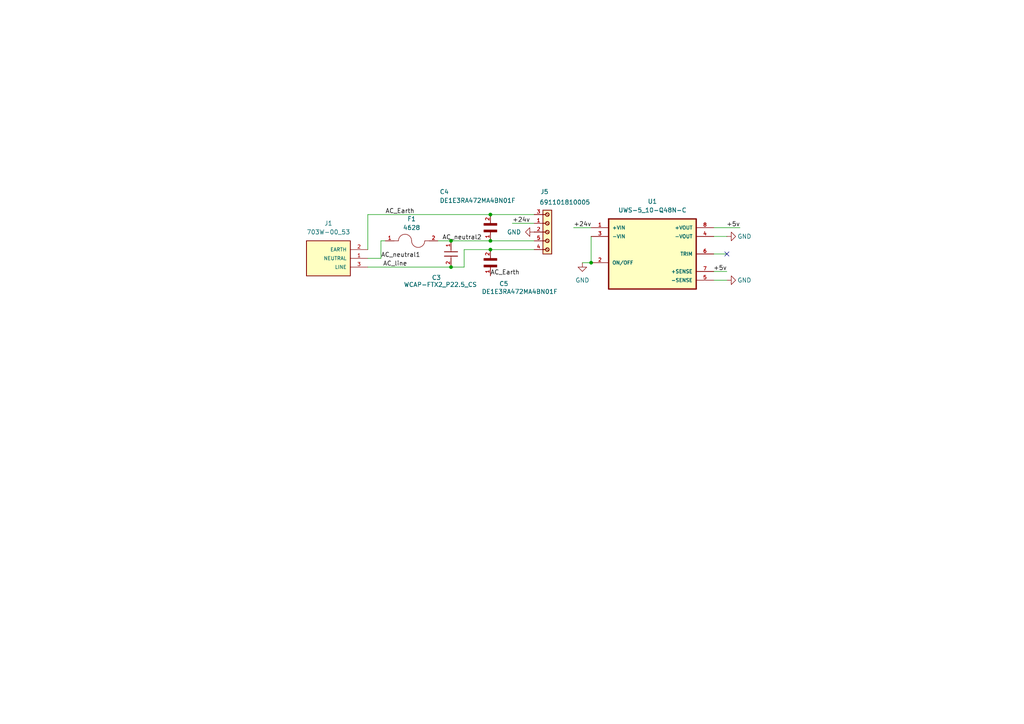
<source format=kicad_sch>
(kicad_sch (version 20250114) (generator "eeschema") (generator_version "9.0")
  (paper "A4")
  (lib_symbols
    (symbol "4628:4628" (pin_names (offset 1.016))
      (property "Reference" "F" (at -2.54 5.08 0))
      (property "Value" "4628" (at -2.54 -5.08 0))
      (symbol "4628_0_0"
        (polyline (pts (xy -5.08 0) (xy -3.81 0)) (stroke (width 0.1524)))
        (arc (start -3.81 0) (mid -1.905 1.8967) (end 0 0) (stroke (width 0.1524)))
        (arc (start 3.81 0) (mid 1.905 -1.8967) (end 0 0) (stroke (width 0.1524)))
        (polyline (pts (xy 5.08 0) (xy 3.81 0)) (stroke (width 0.1524)))
        (pin passive line (at -7.62 0 0) (length 2.54) (name "~") (number "1"))
        (pin passive line (at 7.62 0 180) (length 2.54) (name "~") (number "2"))
      )
    )
    (symbol "691101810005:691101810005" (pin_names (offset 1.016))
      (property "Reference" "J19" (at -11.684 -3.302 90))
      (property "Value" "691101810005" (at -8.636 -3.556 90))
      (symbol "691101810005_0_0"
        (rectangle (start -6.35 0) (end 6.35 -2.54) (stroke (width 0.254)) (fill (type background)))
        (circle (center -5.08 -1.27) (radius 0.508) (stroke (width 0.254)))
        (polyline (pts (xy -5.08 -1.778) (xy -5.08 -2.54)) (stroke (width 0.254)))
        (polyline (pts (xy -4.826 -1.016) (xy -5.334 -1.524)) (stroke (width 0.1524)))
        (circle (center -2.54 -1.27) (radius 0.508) (stroke (width 0.254)))
        (polyline (pts (xy -2.54 -1.778) (xy -2.54 -2.54)) (stroke (width 0.254)))
        (polyline (pts (xy -2.286 -1.016) (xy -2.794 -1.524)) (stroke (width 0.1524)))
        (circle (center 0 -1.27) (radius 0.508) (stroke (width 0.254)))
        (polyline (pts (xy 0 -1.778) (xy 0 -2.54)) (stroke (width 0.254)))
        (polyline (pts (xy 0.254 -1.016) (xy -0.254 -1.524)) (stroke (width 0.1524)))
        (circle (center 2.54 -1.27) (radius 0.508) (stroke (width 0.254)))
        (polyline (pts (xy 2.54 -1.778) (xy 2.54 -2.54)) (stroke (width 0.254)))
        (polyline (pts (xy 2.794 -1.016) (xy 2.286 -1.524)) (stroke (width 0.1524)))
        (circle (center 5.08 -1.27) (radius 0.508) (stroke (width 0.254)))
        (polyline (pts (xy 5.08 -1.778) (xy 5.08 -2.54)) (stroke (width 0.254)))
        (polyline (pts (xy 5.334 -1.016) (xy 4.826 -1.524)) (stroke (width 0.1524)))
        (pin passive line (at -5.08 -5.08 90) (length 2.54) (name "~") (number "3"))
        (pin passive line (at -2.54 -5.08 90) (length 2.54) (name "~") (number "1"))
        (pin passive line (at 0 -5.08 90) (length 2.54) (name "~") (number "2"))
        (pin passive line (at 2.54 -5.08 90) (length 2.54) (name "~") (number "5"))
        (pin passive line (at 5.08 -5.08 90) (length 2.54) (name "~") (number "4"))
      )
    )
    (symbol "703W-00_53:703W-00_53" (pin_names (offset 1.016))
      (property "Reference" "J16" (at 1.27 -10.16 0))
      (property "Value" "703W-00_53" (at 1.27 -7.62 0))
      (symbol "703W-00_53_0_0"
        (rectangle (start -5.08 -5.08) (end 7.62 5.08) (stroke (width 0.254)) (fill (type background)))
        (pin power_out line (at -10.16 2.54 0) (length 5.08) (name "LINE") (number "3"))
        (pin power_out line (at -10.16 0 0) (length 5.08) (name "NEUTRAL") (number "1"))
        (pin power_out line (at -10.16 -2.54 0) (length 5.08) (name "EARTH") (number "2"))
      )
    )
    (symbol "DE1E3RA472MA4BN01F:DE1E3RA472MA4BN01F" (pin_names (offset 1.016))
      (property "Reference" "C" (at 0 3.8109 0))
      (property "Value" "DE1E3RA472MA4BN01F" (at 0 -5.0885 0))
      (symbol "DE1E3RA472MA4BN01F_0_0"
        (rectangle (start 0 -1.9069) (end 0.635 1.905) (stroke (width 0.1)) (fill (type outline)))
        (rectangle (start 1.9069 -1.9069) (end 2.54 1.905) (stroke (width 0.1)) (fill (type outline)))
        (pin passive line (at -2.54 0 0) (length 2.54) (name "~") (number "1"))
        (pin passive line (at 5.08 0 180) (length 2.54) (name "~") (number "2"))
      )
    )
    (symbol "UWS-5_10-Q48N-C:UWS-5_10-Q48N-C" (pin_names (offset 1.016))
      (property "Reference" "U1" (at 0 15.24 0))
      (property "Value" "UWS-5_10-Q48N-C" (at 0 12.7 0))
      (symbol "UWS-5_10-Q48N-C_0_0"
        (rectangle (start -12.7 -10.16) (end 12.7 10.16) (stroke (width 0.4064)) (fill (type background)))
        (pin input line (at -17.78 7.62 0) (length 5.08) (name "+VIN") (number "1"))
        (pin input line (at -17.78 5.08 0) (length 5.08) (name "-VIN") (number "3"))
        (pin input line (at -17.78 -2.54 0) (length 5.08) (name "ON/OFF") (number "2"))
        (pin power_out line (at 17.78 7.62 180) (length 5.08) (name "+VOUT") (number "8"))
        (pin passive line (at 17.78 5.08 180) (length 5.08) (name "-VOUT") (number "4"))
        (pin passive line (at 17.78 0 180) (length 5.08) (name "TRIM") (number "6"))
        (pin input line (at 17.78 -5.08 180) (length 5.08) (name "+SENSE") (number "7"))
        (pin input line (at 17.78 -7.62 180) (length 5.08) (name "-SENSE") (number "5"))
      )
    )
    (symbol "WCAP-FTX2_P22.5_CS:WCAP-FTX2_P22.5_CS" (pin_names (offset 1.016))
      (property "Reference" "C" (at 1.27 3.302 0))
      (property "Value" "WCAP-FTX2_P22.5_CS" (at 1.27 -5.08 0))
      (symbol "WCAP-FTX2_P22.5_CS_0_0"
        (polyline (pts (xy 0 0) (xy 0.6426 0)) (stroke (width 0.1524)))
        (polyline (pts (xy 0.635 -1.905) (xy 0.635 1.905)) (stroke (width 0.254)))
        (polyline (pts (xy 1.905 1.905) (xy 1.905 -1.905)) (stroke (width 0.254)))
        (polyline (pts (xy 1.9279 0) (xy 2.5705 0)) (stroke (width 0.1524)))
        (pin passive line (at -2.54 0 0) (length 2.54) (name "~") (number "1"))
        (pin passive line (at 5.08 0 180) (length 2.54) (name "~") (number "2"))
      )
    )
    (symbol "power:GND" (power) (pin_numbers (hide yes)) (pin_names (offset 0) (hide yes))
      (property "Value" "GND" (at 0 -3.81 0))
      (symbol "GND_0_1"
        (polyline (pts (xy 0 0) (xy 0 -1.27) (xy 1.27 -1.27) (xy 0 -2.54) (xy -1.27 -1.27) (xy 0 -1.27)))
      )
      (symbol "GND_1_1"
        (pin power_in line (at 0 0 270) (length 0) (name "~") (number "1"))
      )
    )
  )
  (junction (at 142.24 72.39))
  (junction (at 130.81 77.47))
  (junction (at 171.45 76.2))
  (junction (at 130.81 69.85))
  (junction (at 142.24 69.85))
  (junction (at 142.24 62.23))
  (no_connect (at 210.82 73.66))
  (wire (pts (xy 168.91 76.2) (xy 171.45 76.2)))
  (wire (pts (xy 148.59 64.77) (xy 154.94 64.77)))
  (wire (pts (xy 142.24 72.39) (xy 154.94 72.39)))
  (wire (pts (xy 142.24 62.23) (xy 154.94 62.23)))
  (wire (pts (xy 127 69.85) (xy 130.81 69.85)))
  (wire (pts (xy 166.37 66.04) (xy 171.45 66.04)))
  (wire (pts (xy 110.49 69.85) (xy 111.76 69.85)))
  (wire (pts (xy 210.82 78.74) (xy 207.01 78.74)))
  (wire (pts (xy 210.82 81.28) (xy 207.01 81.28)))
  (wire (pts (xy 210.82 73.66) (xy 207.01 73.66)))
  (wire (pts (xy 142.24 69.85) (xy 130.81 69.85)))
  (wire (pts (xy 214.63 66.04) (xy 207.01 66.04)))
  (wire (pts (xy 110.49 69.85) (xy 110.49 74.93)))
  (wire (pts (xy 134.62 72.39) (xy 142.24 72.39)))
  (wire (pts (xy 142.24 69.85) (xy 154.94 69.85)))
  (wire (pts (xy 110.49 74.93) (xy 106.68 74.93)))
  (wire (pts (xy 130.81 77.47) (xy 134.62 77.47)))
  (wire (pts (xy 134.62 77.47) (xy 134.62 72.39)))
  (wire (pts (xy 171.45 68.58) (xy 171.45 76.2)))
  (wire (pts (xy 106.68 77.47) (xy 130.81 77.47)))
  (wire (pts (xy 106.68 62.23) (xy 142.24 62.23)))
  (wire (pts (xy 106.68 72.39) (xy 106.68 62.23)))
  (wire (pts (xy 210.82 68.58) (xy 207.01 68.58)))
  (label "AC_line" (at 118.11 77.47 180))
  (label "+24v" (at 166.37 66.04 0))
  (label "AC_neutral1" (at 110.49 74.93 0))
  (label "+5v" (at 214.63 66.04 180))
  (label "AC_Earth" (at 111.76 62.23 0))
  (label "+5v" (at 210.82 78.74 180))
  (label "AC_Earth" (at 142.24 80.01 0))
  (label "AC_neutral2" (at 128.27 69.85 0))
  (label "+24v" (at 148.59 64.77 0))
  (symbol (lib_id "DE1E3RA472MA4BN01F:DE1E3RA472MA4BN01F") (at 142.24 67.31 90) (unit 1)
    (property "Reference" "C4" (at 127.508 55.626 90) (effects (justify right)))
    (property "Value" "DE1E3RA472MA4BN01F" (at 127.508 58.166 90) (effects (justify right)))
    (property "Footprint" "Custom Components:CAP_DE1E3RA472MA4BN01F" (effects (hide yes)))
    (property "STANDARD" "IPC-7351B" (effects (hide yes)))
    (property "MAXIMUM_PACKAGE_HEIGHT" "17.0mm" (effects (hide yes)))
    (property "MANUFACTURER" "Murata" (effects (hide yes)))
  )
  (symbol (lib_id "UWS-5_10-Q48N-C:UWS-5_10-Q48N-C") (at 189.23 73.66 0) (unit 1)
    (property "Reference" "U1" (at 189.23 58.42 0))
    (property "Value" "UWS-5_10-Q48N-C" (at 189.23 60.96 0))
    (property "Footprint" "Custom Components:VREG_UWS-5_10-Q48N-C" (effects (hide yes)))
    (property "STANDARD" "Manufacturer Recommendations" (effects (hide yes)))
    (property "MANUFACTURER" "muRata" (effects (hide yes)))
  )
  (symbol (lib_id "power:GND") (at 210.82 68.58 90) (unit 1)
    (property "Reference" "#PWR010" (effects (hide yes)))
    (property "Value" "GND" (at 213.868 68.58 90) (effects (justify right)))
    (property "Description" "Power symbol creates a global label with name \"GND\" , ground" (effects (hide yes)))
  )
  (symbol (lib_id "power:GND") (at 168.91 76.2 0) (unit 1)
    (property "Reference" "#PWR07" (effects (hide yes)))
    (property "Value" "GND" (at 168.91 81.28 0))
    (property "Description" "Power symbol creates a global label with name \"GND\" , ground" (effects (hide yes)))
  )
  (symbol (lib_id "4628:4628") (at 119.38 69.85 0) (unit 1)
    (property "Reference" "F1" (at 119.38 63.5 0))
    (property "Value" "4628" (at 119.38 66.04 0))
    (property "Footprint" "Custom Components:FUSE_4628" (effects (hide yes)))
    (property "STANDARD" "Manufacturer Recommendation" (effects (hide yes)))
    (property "SNAPEDA_PN" "4628" (effects (hide yes)))
    (property "MAXIMUM_PACKAGE_HEIGHT" "11.99mm" (effects (hide yes)))
    (property "MANUFACTURER" "Keystone" (effects (hide yes)))
  )
  (symbol (lib_id "703W-00_53:703W-00_53") (at 96.52 74.93 180) (unit 1)
    (property "Reference" "J1" (at 95.25 64.77 0))
    (property "Value" "703W-00_53" (at 95.25 67.31 0))
    (property "Footprint" "Custom Components:QUALTEK_703W-00_53" (effects (hide yes)))
    (property "MANUFACTURER" "Qualtek" (effects (hide yes)))
  )
  (symbol (lib_id "DE1E3RA472MA4BN01F:DE1E3RA472MA4BN01F") (at 142.24 77.47 90) (unit 1)
    (property "Reference" "C5" (at 144.78 82.296 90) (effects (justify right)))
    (property "Value" "DE1E3RA472MA4BN01F" (at 139.7 84.582 90) (effects (justify right)))
    (property "Footprint" "Custom Components:CAP_DE1E3RA472MA4BN01F" (effects (hide yes)))
    (property "STANDARD" "IPC-7351B" (effects (hide yes)))
    (property "MAXIMUM_PACKAGE_HEIGHT" "17.0mm" (effects (hide yes)))
    (property "MANUFACTURER" "Murata" (effects (hide yes)))
  )
  (symbol (lib_id "691101810005:691101810005") (at 160.02 67.31 270) (unit 1)
    (property "Reference" "J5" (at 156.718 55.626 90) (effects (justify left)))
    (property "Value" "691101810005" (at 156.464 58.674 90) (effects (justify left)))
    (property "Footprint" "Custom Components:691101810005" (effects (hide yes)))
  )
  (symbol (lib_id "WCAP-FTX2_P22.5_CS:WCAP-FTX2_P22.5_CS") (at 130.81 72.39 270) (unit 1)
    (property "Reference" "C3" (at 125.222 80.518 90) (effects (justify left)))
    (property "Value" "WCAP-FTX2_P22.5_CS" (at 117.094 82.55 90) (effects (justify left)))
    (property "Footprint" "Custom Components:WCAP-FTX2_P22.5L26W6H12_CS" (effects (hide yes)))
  )
  (symbol (lib_id "power:GND") (at 154.94 67.31 270) (unit 1)
    (property "Reference" "#PWR05" (effects (hide yes)))
    (property "Value" "GND" (at 151.13 67.3099 90) (effects (justify right)))
    (property "Description" "Power symbol creates a global label with name \"GND\" , ground" (effects (hide yes)))
  )
  (symbol (lib_id "power:GND") (at 210.82 81.28 90) (mirror x) (unit 1)
    (property "Reference" "#PWR011" (effects (hide yes)))
    (property "Value" "GND" (at 215.9 81.28 90))
    (property "Description" "Power symbol creates a global label with name \"GND\" , ground" (effects (hide yes)))
  )
)
</source>
